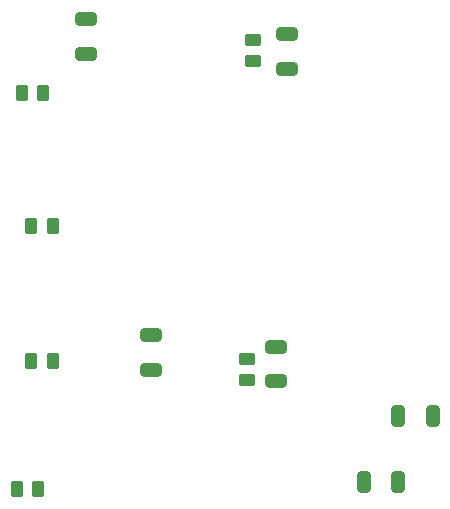
<source format=gbr>
%TF.GenerationSoftware,KiCad,Pcbnew,7.0.5*%
%TF.CreationDate,2023-11-23T21:46:28-03:00*%
%TF.ProjectId,Inversor,496e7665-7273-46f7-922e-6b696361645f,rev?*%
%TF.SameCoordinates,Original*%
%TF.FileFunction,Paste,Bot*%
%TF.FilePolarity,Positive*%
%FSLAX46Y46*%
G04 Gerber Fmt 4.6, Leading zero omitted, Abs format (unit mm)*
G04 Created by KiCad (PCBNEW 7.0.5) date 2023-11-23 21:46:28*
%MOMM*%
%LPD*%
G01*
G04 APERTURE LIST*
G04 Aperture macros list*
%AMRoundRect*
0 Rectangle with rounded corners*
0 $1 Rounding radius*
0 $2 $3 $4 $5 $6 $7 $8 $9 X,Y pos of 4 corners*
0 Add a 4 corners polygon primitive as box body*
4,1,4,$2,$3,$4,$5,$6,$7,$8,$9,$2,$3,0*
0 Add four circle primitives for the rounded corners*
1,1,$1+$1,$2,$3*
1,1,$1+$1,$4,$5*
1,1,$1+$1,$6,$7*
1,1,$1+$1,$8,$9*
0 Add four rect primitives between the rounded corners*
20,1,$1+$1,$2,$3,$4,$5,0*
20,1,$1+$1,$4,$5,$6,$7,0*
20,1,$1+$1,$6,$7,$8,$9,0*
20,1,$1+$1,$8,$9,$2,$3,0*%
G04 Aperture macros list end*
%ADD10RoundRect,0.250000X0.450000X-0.262500X0.450000X0.262500X-0.450000X0.262500X-0.450000X-0.262500X0*%
%ADD11RoundRect,0.250000X0.262500X0.450000X-0.262500X0.450000X-0.262500X-0.450000X0.262500X-0.450000X0*%
%ADD12RoundRect,0.250000X-0.325000X-0.650000X0.325000X-0.650000X0.325000X0.650000X-0.325000X0.650000X0*%
%ADD13RoundRect,0.250000X0.650000X-0.325000X0.650000X0.325000X-0.650000X0.325000X-0.650000X-0.325000X0*%
%ADD14RoundRect,0.250000X0.325000X0.650000X-0.325000X0.650000X-0.325000X-0.650000X0.325000X-0.650000X0*%
%ADD15RoundRect,0.250000X-0.650000X0.325000X-0.650000X-0.325000X0.650000X-0.325000X0.650000X0.325000X0*%
G04 APERTURE END LIST*
D10*
%TO.C,R12*%
X83170000Y-84332500D03*
X83170000Y-82507500D03*
%TD*%
D11*
%TO.C,R4*%
X65392500Y-87040000D03*
X63567500Y-87040000D03*
%TD*%
D10*
%TO.C,R6*%
X82620000Y-111322500D03*
X82620000Y-109497500D03*
%TD*%
D11*
%TO.C,R2*%
X64992500Y-120510000D03*
X63167500Y-120510000D03*
%TD*%
D12*
%TO.C,C6*%
X95450000Y-114355000D03*
X98400000Y-114355000D03*
%TD*%
D13*
%TO.C,C3*%
X86030000Y-84985000D03*
X86030000Y-82035000D03*
%TD*%
D11*
%TO.C,R1*%
X66232500Y-109745000D03*
X64407500Y-109745000D03*
%TD*%
D14*
%TO.C,C5*%
X95475000Y-119965000D03*
X92525000Y-119965000D03*
%TD*%
D13*
%TO.C,C1*%
X85080000Y-111440000D03*
X85080000Y-108490000D03*
%TD*%
D15*
%TO.C,C4*%
X69030000Y-80765000D03*
X69030000Y-83715000D03*
%TD*%
%TO.C,C2*%
X74560000Y-107495000D03*
X74560000Y-110445000D03*
%TD*%
D11*
%TO.C,R3*%
X66200000Y-98310000D03*
X64375000Y-98310000D03*
%TD*%
M02*

</source>
